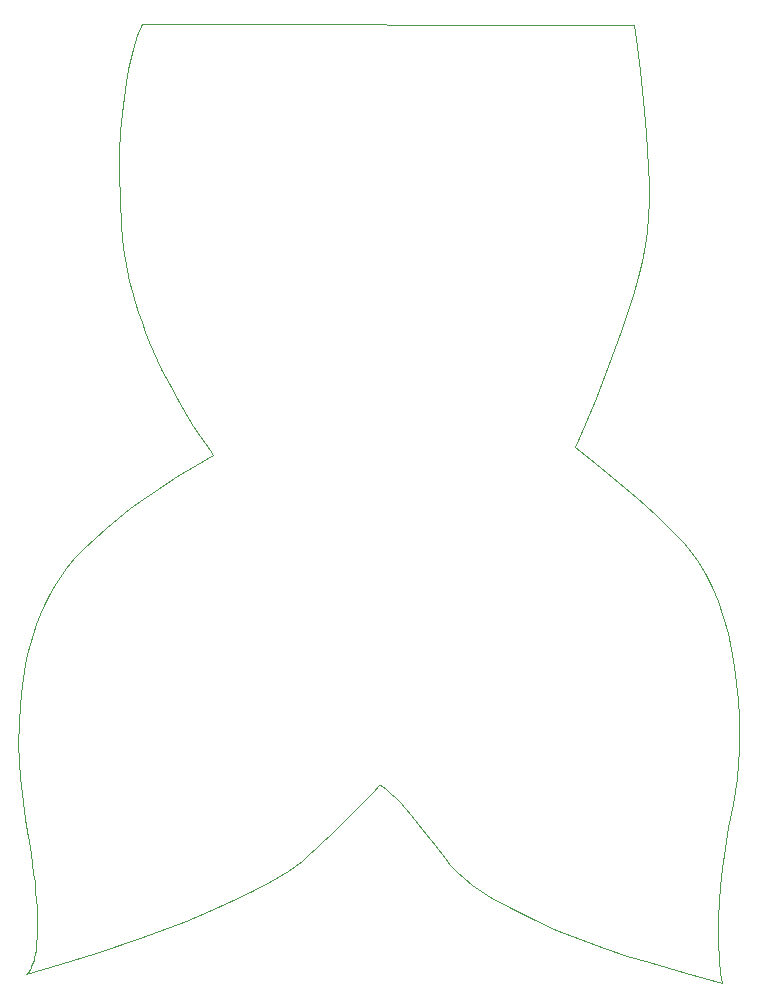
<source format=gbr>
%TF.GenerationSoftware,KiCad,Pcbnew,(6.0.0)*%
%TF.CreationDate,2022-01-21T17:49:12+00:00*%
%TF.ProjectId,molly-the-mermaid,6d6f6c6c-792d-4746-9865-2d6d65726d61,rev?*%
%TF.SameCoordinates,Original*%
%TF.FileFunction,Profile,NP*%
%FSLAX46Y46*%
G04 Gerber Fmt 4.6, Leading zero omitted, Abs format (unit mm)*
G04 Created by KiCad (PCBNEW (6.0.0)) date 2022-01-21 17:49:12*
%MOMM*%
%LPD*%
G01*
G04 APERTURE LIST*
%TA.AperFunction,Profile*%
%ADD10C,0.074083*%
%TD*%
G04 APERTURE END LIST*
D10*
X201149743Y-50719174D02*
X201149743Y-50719174D01*
X201149743Y-50719174D02*
X201149743Y-50719174D01*
X200771865Y-51614281D02*
X201149743Y-50719174D01*
X200399611Y-52796606D02*
X200771865Y-51614281D01*
X199994118Y-54525168D02*
X200399611Y-52796606D01*
X199799760Y-55607506D02*
X199994118Y-54525168D01*
X199622115Y-56842263D02*
X199799760Y-55607506D01*
X199469525Y-58234726D02*
X199622115Y-56842263D01*
X199350332Y-59790183D02*
X199469525Y-58234726D01*
X199272875Y-61513919D02*
X199350332Y-59790183D01*
X199245496Y-63411221D02*
X199272875Y-61513919D01*
X199276537Y-65487376D02*
X199245496Y-63411221D01*
X199374337Y-67747671D02*
X199276537Y-65487376D01*
X199374337Y-67747671D02*
X199374337Y-67747671D01*
X199447877Y-68700723D02*
X199374337Y-67747671D01*
X199557978Y-69646482D02*
X199447877Y-68700723D01*
X199702088Y-70583443D02*
X199557978Y-69646482D01*
X199877657Y-71510099D02*
X199702088Y-70583443D01*
X200082135Y-72424945D02*
X199877657Y-71510099D01*
X200312970Y-73326474D02*
X200082135Y-72424945D01*
X200567612Y-74213181D02*
X200312970Y-73326474D01*
X200843510Y-75083560D02*
X200567612Y-74213181D01*
X201138114Y-75936106D02*
X200843510Y-75083560D01*
X201448873Y-76769311D02*
X201138114Y-75936106D01*
X201773235Y-77581671D02*
X201448873Y-76769311D01*
X202108651Y-78371679D02*
X201773235Y-77581671D01*
X202802440Y-79878616D02*
X202108651Y-78371679D01*
X203509833Y-81278076D02*
X202802440Y-79878616D01*
X204210425Y-82558012D02*
X203509833Y-81278076D01*
X204883811Y-83706376D02*
X204210425Y-82558012D01*
X205509583Y-84711121D02*
X204883811Y-83706376D01*
X206067337Y-85560200D02*
X205509583Y-84711121D01*
X206897167Y-86743171D02*
X206067337Y-85560200D01*
X207210054Y-87158912D02*
X206897167Y-86743171D01*
X207210054Y-87158912D02*
X207210054Y-87158912D01*
X205746605Y-88015822D02*
X207210054Y-87158912D01*
X204173918Y-88991008D02*
X205746605Y-88015822D01*
X202268697Y-90245390D02*
X204173918Y-88991008D01*
X201244850Y-90957290D02*
X202268697Y-90245390D01*
X200202026Y-91715000D02*
X201244850Y-90957290D01*
X199161609Y-92510526D02*
X200202026Y-91715000D01*
X198144986Y-93335871D02*
X199161609Y-92510526D01*
X197173541Y-94183039D02*
X198144986Y-93335871D01*
X196268659Y-95044034D02*
X197173541Y-94183039D01*
X195451727Y-95910860D02*
X196268659Y-95044034D01*
X194744128Y-96775521D02*
X195451727Y-95910860D01*
X194744128Y-96775521D02*
X194744128Y-96775521D01*
X194218058Y-97519276D02*
X194744128Y-96775521D01*
X193736879Y-98284969D02*
X194218058Y-97519276D01*
X193298851Y-99070204D02*
X193736879Y-98284969D01*
X192902231Y-99872584D02*
X193298851Y-99070204D01*
X192545279Y-100689714D02*
X192902231Y-99872584D01*
X192226252Y-101519195D02*
X192545279Y-100689714D01*
X191943410Y-102358633D02*
X192226252Y-101519195D01*
X191695011Y-103205630D02*
X191943410Y-102358633D01*
X191479313Y-104057790D02*
X191695011Y-103205630D01*
X191294576Y-104912717D02*
X191479313Y-104057790D01*
X191011015Y-106621285D02*
X191294576Y-104912717D01*
X190830399Y-108312162D02*
X191011015Y-106621285D01*
X190738794Y-109966177D02*
X190830399Y-108312162D01*
X190722270Y-111564158D02*
X190738794Y-109966177D01*
X190766895Y-113086933D02*
X190722270Y-111564158D01*
X190858737Y-114515331D02*
X190766895Y-113086933D01*
X190983866Y-115830181D02*
X190858737Y-114515331D01*
X191278257Y-118042549D02*
X190983866Y-115830181D01*
X191538616Y-119570664D02*
X191278257Y-118042549D01*
X191538616Y-119570664D02*
X191538616Y-119570664D01*
X191571982Y-119751799D02*
X191538616Y-119570664D01*
X191588196Y-119841530D02*
X191571982Y-119751799D01*
X191603515Y-119930704D02*
X191588196Y-119841530D01*
X191603515Y-119930704D02*
X191603515Y-119930704D01*
X191752054Y-120871293D02*
X191603515Y-119930704D01*
X191880313Y-121758167D02*
X191752054Y-120871293D01*
X191989312Y-122592889D02*
X191880313Y-121758167D01*
X192080071Y-123377023D02*
X191989312Y-122592889D01*
X192153613Y-124112136D02*
X192080071Y-123377023D01*
X192210957Y-124799790D02*
X192153613Y-124112136D01*
X192253124Y-125441551D02*
X192210957Y-124799790D01*
X192281135Y-126038983D02*
X192253124Y-125441551D01*
X192296011Y-126593649D02*
X192281135Y-126038983D01*
X192298773Y-127107116D02*
X192296011Y-126593649D01*
X192290440Y-127580947D02*
X192298773Y-127107116D01*
X192272035Y-128016706D02*
X192290440Y-127580947D01*
X192244577Y-128415959D02*
X192272035Y-128016706D01*
X192209087Y-128780269D02*
X192244577Y-128415959D01*
X192166587Y-129111202D02*
X192209087Y-128780269D01*
X192118096Y-129410321D02*
X192166587Y-129111202D01*
X192064637Y-129679190D02*
X192118096Y-129410321D01*
X192007228Y-129919376D02*
X192064637Y-129679190D01*
X191946892Y-130132441D02*
X192007228Y-129919376D01*
X191884648Y-130319950D02*
X191946892Y-130132441D01*
X191821519Y-130483469D02*
X191884648Y-130319950D01*
X191758523Y-130624560D02*
X191821519Y-130483469D01*
X191696683Y-130744790D02*
X191758523Y-130624560D01*
X191637018Y-130845721D02*
X191696683Y-130744790D01*
X191580550Y-130928919D02*
X191637018Y-130845721D01*
X191528299Y-130995949D02*
X191580550Y-130928919D01*
X191481287Y-131048373D02*
X191528299Y-130995949D01*
X191440533Y-131087758D02*
X191481287Y-131048373D01*
X191381885Y-131133666D02*
X191440533Y-131087758D01*
X191360521Y-131146187D02*
X191381885Y-131133666D01*
X191360521Y-131146187D02*
X191360521Y-131146187D01*
X194235842Y-130296566D02*
X191360521Y-131146187D01*
X197298524Y-129327755D02*
X194235842Y-130296566D01*
X200972138Y-128079135D02*
X197298524Y-129327755D01*
X204902371Y-126612849D02*
X200972138Y-128079135D01*
X206852997Y-125817502D02*
X204902371Y-126612849D01*
X208734910Y-124991041D02*
X206852997Y-125817502D01*
X210503822Y-124141236D02*
X208734910Y-124991041D01*
X212115444Y-123275855D02*
X210503822Y-124141236D01*
X213525486Y-122402664D02*
X212115444Y-123275855D01*
X214689659Y-121529433D02*
X213525486Y-122402664D01*
X214689659Y-121529433D02*
X214689659Y-121529433D01*
X215308855Y-120994972D02*
X214689659Y-121529433D01*
X215922640Y-120448243D02*
X215308855Y-120994972D01*
X216526248Y-119895698D02*
X215922640Y-120448243D01*
X217114914Y-119343787D02*
X216526248Y-119895698D01*
X217683872Y-118798960D02*
X217114914Y-119343787D01*
X218228356Y-118267668D02*
X217683872Y-118798960D01*
X219224844Y-117271489D02*
X218228356Y-118267668D01*
X220066254Y-116406855D02*
X219224844Y-117271489D01*
X220714462Y-115725368D02*
X220066254Y-116406855D01*
X221278777Y-115118255D02*
X220714462Y-115725368D01*
X221278777Y-115118255D02*
X221278777Y-115118255D01*
X221323023Y-115126357D02*
X221278777Y-115118255D01*
X221479770Y-115201681D02*
X221323023Y-115126357D01*
X221611586Y-115288466D02*
X221479770Y-115201681D01*
X221785031Y-115420755D02*
X221611586Y-115288466D01*
X222004607Y-115608114D02*
X221785031Y-115420755D01*
X222274817Y-115860109D02*
X222004607Y-115608114D01*
X222600161Y-116186306D02*
X222274817Y-115860109D01*
X222985141Y-116596271D02*
X222600161Y-116186306D01*
X223434259Y-117099570D02*
X222985141Y-116596271D01*
X223952016Y-117705769D02*
X223434259Y-117099570D01*
X224542914Y-118424434D02*
X223952016Y-117705769D01*
X225211454Y-119265131D02*
X224542914Y-118424434D01*
X225962138Y-120237427D02*
X225211454Y-119265131D01*
X226799467Y-121350887D02*
X225962138Y-120237427D01*
X226799467Y-121350887D02*
X226799467Y-121350887D01*
X227268365Y-121921372D02*
X226799467Y-121350887D01*
X227815424Y-122480978D02*
X227268365Y-121921372D01*
X228434543Y-123029230D02*
X227815424Y-122480978D01*
X229119621Y-123565655D02*
X228434543Y-123029230D01*
X229864554Y-124089777D02*
X229119621Y-123565655D01*
X230663241Y-124601124D02*
X229864554Y-124089777D01*
X232397470Y-125583592D02*
X230663241Y-124601124D01*
X234273490Y-126509264D02*
X232397470Y-125583592D01*
X236242485Y-127374348D02*
X234273490Y-126509264D01*
X238255639Y-128175048D02*
X236242485Y-127374348D01*
X240264137Y-128907572D02*
X238255639Y-128175048D01*
X242219162Y-129568124D02*
X240264137Y-128907572D01*
X244071898Y-130152912D02*
X242219162Y-129568124D01*
X247275240Y-131080018D02*
X244071898Y-130152912D01*
X250306547Y-131858125D02*
X247275240Y-131080018D01*
X250306547Y-131858125D02*
X250306547Y-131858125D01*
X250138667Y-131020798D02*
X250306547Y-131858125D01*
X250012644Y-129933353D02*
X250138667Y-131020798D01*
X249933075Y-128363799D02*
X250012644Y-129933353D01*
X249928175Y-127389735D02*
X249933075Y-128363799D01*
X249955846Y-126284946D02*
X249928175Y-127389735D01*
X250023072Y-125046034D02*
X249955846Y-126284946D01*
X250136840Y-123669601D02*
X250023072Y-125046034D01*
X250304134Y-122152248D02*
X250136840Y-123669601D01*
X250531940Y-120490575D02*
X250304134Y-122152248D01*
X250827244Y-118681184D02*
X250531940Y-120490575D01*
X251197030Y-116720676D02*
X250827244Y-118681184D01*
X251197030Y-116720676D02*
X251197030Y-116720676D01*
X251379395Y-115678947D02*
X251197030Y-116720676D01*
X251526364Y-114543721D02*
X251379395Y-115678947D01*
X251634905Y-113327911D02*
X251526364Y-114543721D01*
X251701989Y-112044424D02*
X251634905Y-113327911D01*
X251724583Y-110706172D02*
X251701989Y-112044424D01*
X251699658Y-109326064D02*
X251724583Y-110706172D01*
X251624181Y-107917010D02*
X251699658Y-109326064D01*
X251495123Y-106491922D02*
X251624181Y-107917010D01*
X251309452Y-105063707D02*
X251495123Y-106491922D01*
X251064137Y-103645277D02*
X251309452Y-105063707D01*
X250756147Y-102249542D02*
X251064137Y-103645277D01*
X250382452Y-100889412D02*
X250756147Y-102249542D01*
X249940019Y-99577796D02*
X250382452Y-100889412D01*
X249425819Y-98327606D02*
X249940019Y-99577796D01*
X248836820Y-97151750D02*
X249425819Y-98327606D01*
X248169992Y-96063139D02*
X248836820Y-97151750D01*
X248169992Y-96063139D02*
X248169992Y-96063139D01*
X247932382Y-95729727D02*
X248169992Y-96063139D01*
X247664191Y-95382793D02*
X247932382Y-95729727D01*
X247046069Y-94654683D02*
X247664191Y-95382793D01*
X246335628Y-93891457D02*
X247046069Y-94654683D01*
X245552867Y-93105762D02*
X246335628Y-93891457D01*
X244717789Y-92310244D02*
X245552867Y-93105762D01*
X243850393Y-91517551D02*
X244717789Y-92310244D01*
X242970682Y-90740330D02*
X243850393Y-91517551D01*
X242098655Y-89991228D02*
X242970682Y-90740330D01*
X240457660Y-88627966D02*
X242098655Y-89991228D01*
X239087417Y-87528943D02*
X240457660Y-88627966D01*
X237799212Y-86528314D02*
X239087417Y-87528943D01*
X237799212Y-86528314D02*
X237799212Y-86528314D01*
X238679216Y-84523774D02*
X237799212Y-86528314D01*
X239593545Y-82339892D02*
X238679216Y-84523774D01*
X240659050Y-79654307D02*
X239593545Y-82339892D01*
X241751948Y-76681547D02*
X240659050Y-79654307D01*
X242748455Y-73636141D02*
X241751948Y-76681547D01*
X243171879Y-72153236D02*
X242748455Y-73636141D01*
X243524788Y-70732618D02*
X243171879Y-72153236D01*
X243791708Y-69401102D02*
X243524788Y-70732618D01*
X243957166Y-68185505D02*
X243791708Y-69401102D01*
X243957166Y-68185505D02*
X243957166Y-68185505D01*
X244042585Y-66963612D02*
X243957166Y-68185505D01*
X244080027Y-65648702D02*
X244042585Y-66963612D01*
X244075352Y-64264487D02*
X244080027Y-65648702D01*
X244034419Y-62834678D02*
X244075352Y-64264487D01*
X243963088Y-61382988D02*
X244034419Y-62834678D01*
X243867218Y-59933129D02*
X243963088Y-61382988D01*
X243625300Y-57133753D02*
X243867218Y-59933129D01*
X243355543Y-54626247D02*
X243625300Y-57133753D01*
X243104821Y-52600307D02*
X243355543Y-54626247D01*
X242847992Y-50751919D02*
X243104821Y-52600307D01*
X242847992Y-50751919D02*
X242847992Y-50751919D01*
X201149743Y-50719174D02*
X242847992Y-50751919D01*
M02*

</source>
